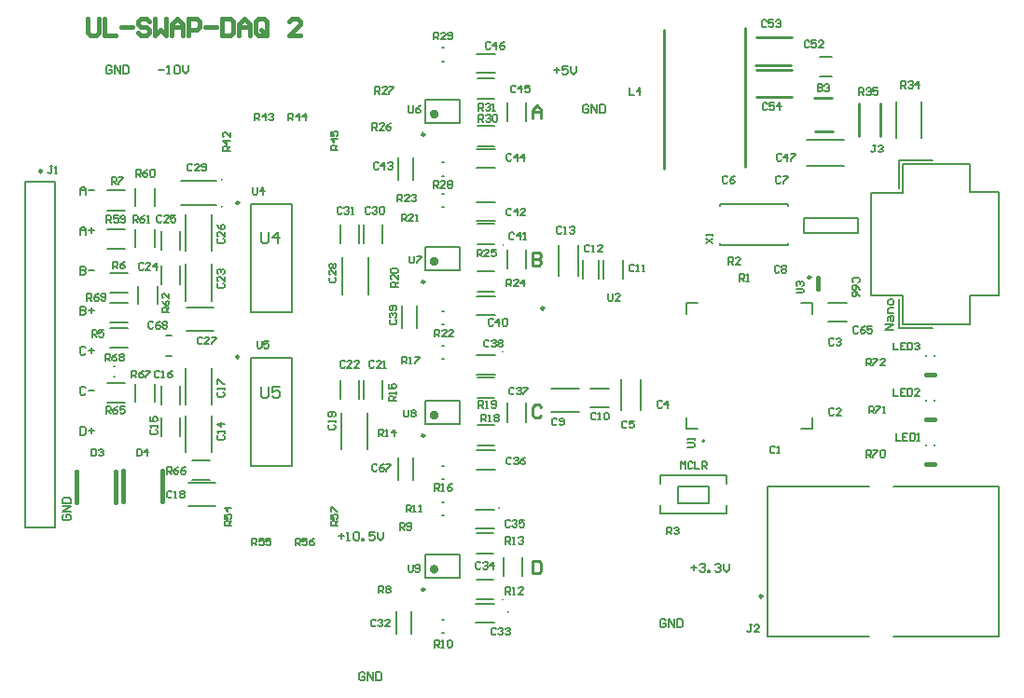
<source format=gto>
G04*
G04 #@! TF.GenerationSoftware,Altium Limited,Altium Designer,22.9.1 (49)*
G04*
G04 Layer_Color=65535*
%FSLAX24Y24*%
%MOIN*%
G70*
G04*
G04 #@! TF.SameCoordinates,1C4C81CE-4E44-4544-AACE-53C2D62CD198*
G04*
G04*
G04 #@! TF.FilePolarity,Positive*
G04*
G01*
G75*
%ADD10C,0.0098*%
%ADD11C,0.0079*%
%ADD12C,0.0157*%
%ADD13C,0.0100*%
%ADD14C,0.0150*%
%ADD15C,0.0070*%
%ADD16C,0.0050*%
D10*
X40659Y13850D02*
G03*
X40659Y13850I-49J0D01*
G01*
X21947Y22411D02*
G03*
X21947Y22411I-49J0D01*
G01*
X14899Y29050D02*
G03*
X14899Y29050I-49J0D01*
G01*
X42380Y25258D02*
G03*
X42380Y25258I-49J0D01*
G01*
X28580Y25098D02*
G03*
X28580Y25098I-49J0D01*
G01*
X21947Y27919D02*
G03*
X21947Y27919I-49J0D01*
G01*
X28580Y19598D02*
G03*
X28580Y19598I-49J0D01*
G01*
Y14090D02*
G03*
X28580Y14090I-49J0D01*
G01*
Y30366D02*
G03*
X28580Y30366I-49J0D01*
G01*
D11*
X38583Y19402D02*
G03*
X38583Y19402I-39J0D01*
G01*
X21347Y27787D02*
G03*
X21347Y27787I-20J0D01*
G01*
Y28755D02*
G03*
X21347Y28755I-20J0D01*
G01*
X31563Y13288D02*
G03*
X31563Y13288I-20J0D01*
G01*
X31251Y17009D02*
G03*
X31251Y17009I-20J0D01*
G01*
X31361Y22594D02*
G03*
X31361Y22594I-20J0D01*
G01*
X31401Y26409D02*
G03*
X31401Y26409I-20J0D01*
G01*
X31361Y13728D02*
G03*
X31361Y13728I-20J0D01*
G01*
X17341Y24704D02*
X17971D01*
X17341Y25413D02*
X17971D01*
X18346Y24307D02*
Y24937D01*
X19054Y24307D02*
Y24937D01*
X20148Y17907D02*
X21097D01*
X20148Y17060D02*
X21097D01*
X20080Y24173D02*
X21030D01*
X20080Y23327D02*
X21030D01*
X46493Y22440D02*
Y22460D01*
X46807Y22440D02*
Y22460D01*
X17483Y22078D02*
X17502D01*
X17483Y21724D02*
X17502D01*
X17241Y20768D02*
X17871D01*
X17241Y21476D02*
X17871D01*
X17341Y22739D02*
X17971D01*
X17341Y23448D02*
X17971D01*
X19352Y22426D02*
X19548D01*
X19352Y23174D02*
X19548D01*
X20285Y17996D02*
X20915D01*
X20285Y18704D02*
X20915D01*
X26532Y19110D02*
Y20412D01*
X25605Y19110D02*
Y20412D01*
X45334Y17775D02*
X49098D01*
X45334Y12425D02*
X49098D01*
X40846Y17775D02*
X44468D01*
X40846Y12425D02*
X44468D01*
X49098D02*
Y17775D01*
X40846Y12425D02*
Y17775D01*
X26573Y24658D02*
Y25960D01*
X25646Y24658D02*
Y25960D01*
X25565Y26465D02*
Y27135D01*
X26235Y26465D02*
Y27135D01*
X20036Y26199D02*
Y27501D01*
X20964Y26199D02*
Y27501D01*
Y18999D02*
Y20301D01*
X20036Y18999D02*
Y20301D01*
Y20699D02*
Y22001D01*
X20964Y20699D02*
Y22001D01*
Y24424D02*
Y25726D01*
X20036Y24424D02*
Y25726D01*
X27085Y20915D02*
Y21585D01*
X26415Y20915D02*
Y21585D01*
X22371Y18514D02*
Y22372D01*
X23827Y18514D02*
Y22372D01*
X22371D02*
X23827D01*
X22371Y18514D02*
X23827D01*
X18954Y20807D02*
Y21437D01*
X18246Y20807D02*
Y21437D01*
X17241Y28366D02*
X17871D01*
X17241Y27657D02*
X17871D01*
X17241Y26988D02*
X17871D01*
X17241Y26280D02*
X17871D01*
X19165Y26226D02*
Y26895D01*
X19835Y26226D02*
Y26895D01*
X43015Y23665D02*
X43685D01*
X43015Y24335D02*
X43685D01*
X30487Y31649D02*
X31077D01*
X30487Y32378D02*
X31077D01*
X30487Y29949D02*
X31077D01*
X30487Y30678D02*
X31077D01*
X30487Y26435D02*
X31077D01*
X30487Y27164D02*
X31077D01*
X30487Y24735D02*
X31077D01*
X30487Y25464D02*
X31077D01*
X30487Y20952D02*
X31077D01*
X30487Y21680D02*
X31077D01*
X30487Y19252D02*
X31077D01*
X30487Y19980D02*
X31077D01*
X30455Y15376D02*
X31045D01*
X30455Y16104D02*
X31045D01*
X30455Y13726D02*
X31045D01*
X30455Y14454D02*
X31045D01*
X45455Y30249D02*
Y31551D01*
X46345Y30249D02*
Y31551D01*
X46807Y19240D02*
Y19260D01*
X46493Y19240D02*
Y19260D01*
X46807Y20840D02*
Y20860D01*
X46493Y20840D02*
Y20860D01*
X15381Y16319D02*
Y28681D01*
X14318Y16319D02*
X15381D01*
X14318D02*
Y28681D01*
X15381D01*
X17335Y24354D02*
X17965D01*
X17335Y23646D02*
X17965D01*
X18246Y27813D02*
Y28443D01*
X18954Y27813D02*
Y28443D01*
X18246Y26335D02*
Y26965D01*
X18954Y26335D02*
Y26965D01*
X19865Y28716D02*
X21130D01*
X19865Y27826D02*
X21130D01*
X42253Y30183D02*
X43557D01*
X42253Y29253D02*
X43557D01*
X42720Y33148D02*
X43153D01*
X42720Y32439D02*
X43153D01*
X42135Y26833D02*
X44065D01*
Y27367D01*
X42135D02*
X44065D01*
X42135Y26833D02*
Y27367D01*
X30415Y12915D02*
X31085D01*
X30415Y13585D02*
X31085D01*
X29830Y25511D02*
Y26338D01*
X28609Y25511D02*
Y26338D01*
X29830D01*
X28609Y25511D02*
X29830D01*
X22371Y24021D02*
Y27879D01*
X23827Y24021D02*
Y27879D01*
X22371D02*
X23827D01*
X22371Y24021D02*
X23827D01*
X27085Y26465D02*
Y27135D01*
X26415Y26465D02*
Y27135D01*
X19165Y25015D02*
Y25685D01*
X19835Y25015D02*
Y25685D01*
Y20699D02*
Y21368D01*
X19165Y20699D02*
Y21368D01*
Y19582D02*
Y20251D01*
X19835Y19582D02*
Y20251D01*
X25565Y20915D02*
Y21585D01*
X26235Y20915D02*
Y21585D01*
X27634Y28756D02*
Y29544D01*
X28166Y28756D02*
Y29544D01*
X28316Y23456D02*
Y24244D01*
X27784Y23456D02*
Y24244D01*
X28609Y20011D02*
X29830D01*
X28609Y20838D02*
X29830D01*
X28609Y20011D02*
Y20838D01*
X29830Y20011D02*
Y20838D01*
X30447Y18391D02*
X31117D01*
X30447Y19061D02*
X31117D01*
X28116Y12506D02*
Y13294D01*
X27584Y12506D02*
Y13294D01*
X29193Y18030D02*
X29271D01*
X29193Y18522D02*
X29271D01*
X30447Y29858D02*
X31117D01*
X30447Y29189D02*
X31117D01*
X30447Y24585D02*
X31117D01*
X30447Y23915D02*
X31117D01*
X33366Y25312D02*
Y26419D01*
X34080Y25312D02*
Y26419D01*
X33108Y20437D02*
X34092D01*
X33108Y21263D02*
X34092D01*
X29193Y24056D02*
X29271D01*
X29193Y23563D02*
X29271D01*
X31547Y20091D02*
Y20761D01*
X32217Y20091D02*
Y20761D01*
X29193Y22330D02*
X29271D01*
X29193Y22822D02*
X29271D01*
X32217Y30834D02*
Y31503D01*
X31547Y30834D02*
Y31503D01*
X32217Y25575D02*
Y26244D01*
X31547Y25575D02*
Y26244D01*
X34515Y21285D02*
X35185D01*
X34515Y20615D02*
X35185D01*
X39130Y27878D02*
X41570D01*
Y26422D02*
Y26491D01*
Y27809D02*
Y27878D01*
X39130Y26422D02*
X41570D01*
X39130D02*
Y26491D01*
Y27809D02*
Y27878D01*
X29192Y28256D02*
X29270D01*
X29192Y27763D02*
X29270D01*
X32085Y14565D02*
Y15235D01*
X31415Y14565D02*
Y15235D01*
X30447Y21791D02*
X31117D01*
X30447Y22461D02*
X31117D01*
X29193Y12530D02*
X29271D01*
X29193Y13022D02*
X29271D01*
X30447Y33258D02*
X31117D01*
X30447Y32589D02*
X31117D01*
X30447Y27944D02*
X31117D01*
X30447Y27275D02*
X31117D01*
X35657Y25215D02*
Y25885D01*
X34988Y25215D02*
Y25885D01*
X29193Y28877D02*
X29271D01*
X29193Y29370D02*
X29271D01*
X30415Y16265D02*
X31085D01*
X30415Y16935D02*
X31085D01*
X29193Y16730D02*
X29271D01*
X29193Y17222D02*
X29271D01*
X28166Y18006D02*
Y18794D01*
X27634Y18006D02*
Y18794D01*
X29830Y14503D02*
Y15330D01*
X28609Y14503D02*
Y15330D01*
X29830D01*
X28609Y14503D02*
X29830D01*
X28609Y30779D02*
X29830D01*
X28609Y31606D02*
X29830D01*
X28609Y30779D02*
Y31606D01*
X29830Y30779D02*
Y31606D01*
X34228Y25215D02*
Y25885D01*
X34818Y25215D02*
Y25885D01*
X35593Y20496D02*
Y21604D01*
X36307Y20496D02*
Y21604D01*
X29193Y33470D02*
X29271D01*
X29193Y32977D02*
X29271D01*
D12*
X29003Y25826D02*
G03*
X29003Y25826I-79J0D01*
G01*
Y20326D02*
G03*
X29003Y20326I-79J0D01*
G01*
Y14818D02*
G03*
X29003Y14818I-79J0D01*
G01*
Y31094D02*
G03*
X29003Y31094I-79J0D01*
G01*
X46493Y21771D02*
X46807D01*
X42640Y24843D02*
Y25257D01*
X46493Y18571D02*
X46807D01*
X46493Y20171D02*
X46807D01*
D13*
X32850Y24150D02*
G03*
X32850Y24150I-50J0D01*
G01*
X40414Y32852D02*
X41674D01*
X40433Y33827D02*
X41693D01*
X40436Y31709D02*
X41696D01*
X40456Y32684D02*
X41716D01*
X40045Y29223D02*
Y34173D01*
X37135Y29143D02*
Y34103D01*
X42520Y31674D02*
X43150D01*
X42550Y30466D02*
X43180D01*
X44116Y30296D02*
Y31477D01*
X44884Y30296D02*
Y31477D01*
X32450Y15125D02*
Y14675D01*
X32675D01*
X32750Y14750D01*
Y15050D01*
X32675Y15125D01*
X32450D01*
X32750Y20625D02*
X32675Y20700D01*
X32525D01*
X32450Y20625D01*
Y20325D01*
X32525Y20250D01*
X32675D01*
X32750Y20325D01*
X32450Y26134D02*
Y25685D01*
X32675D01*
X32750Y25760D01*
Y25834D01*
X32675Y25909D01*
X32450D01*
X32675D01*
X32750Y25984D01*
Y26059D01*
X32675Y26134D01*
X32450D01*
Y30944D02*
Y31244D01*
X32600Y31394D01*
X32750Y31244D01*
Y30944D01*
Y31169D01*
X32450D01*
D14*
X17550Y17215D02*
Y18315D01*
X16150Y17215D02*
Y18315D01*
X17800Y17250D02*
Y18350D01*
X19200Y17250D02*
Y18350D01*
X16550Y34500D02*
Y34000D01*
X16650Y33900D01*
X16850D01*
X16950Y34000D01*
Y34500D01*
X17150D02*
Y33900D01*
X17550D01*
X17750Y34200D02*
X18149D01*
X18749Y34400D02*
X18649Y34500D01*
X18449D01*
X18349Y34400D01*
Y34300D01*
X18449Y34200D01*
X18649D01*
X18749Y34100D01*
Y34000D01*
X18649Y33900D01*
X18449D01*
X18349Y34000D01*
X18949Y34500D02*
Y33900D01*
X19149Y34100D01*
X19349Y33900D01*
Y34500D01*
X19549Y33900D02*
Y34300D01*
X19749Y34500D01*
X19949Y34300D01*
Y33900D01*
Y34200D01*
X19549D01*
X20149Y33900D02*
Y34500D01*
X20449D01*
X20549Y34400D01*
Y34200D01*
X20449Y34100D01*
X20149D01*
X20749Y34200D02*
X21149D01*
X21348Y34500D02*
Y33900D01*
X21648D01*
X21748Y34000D01*
Y34400D01*
X21648Y34500D01*
X21348D01*
X21948Y33900D02*
Y34300D01*
X22148Y34500D01*
X22348Y34300D01*
Y33900D01*
Y34200D01*
X21948D01*
X22948Y34000D02*
Y34400D01*
X22848Y34500D01*
X22648D01*
X22548Y34400D01*
Y34000D01*
X22648Y33900D01*
X22848D01*
X22748Y34100D02*
X22948Y33900D01*
X22848D02*
X22948Y34000D01*
X24148Y33900D02*
X23748D01*
X24148Y34300D01*
Y34400D01*
X24048Y34500D01*
X23848D01*
X23748Y34400D01*
D15*
X45526Y28434D02*
Y29446D01*
Y23446D02*
Y24459D01*
Y23446D02*
X46726D01*
X45526Y29446D02*
X46726D01*
X37950Y19857D02*
X38344D01*
X42044Y24346D02*
X42438D01*
X37950Y19857D02*
Y20251D01*
X42438Y23952D02*
Y24346D01*
X37950Y23952D02*
Y24346D01*
X42438Y19857D02*
Y20251D01*
X37950Y24346D02*
X38344D01*
X42044Y19857D02*
X42438D01*
X16270Y19920D02*
Y19620D01*
X16420D01*
X16470Y19670D01*
Y19870D01*
X16420Y19920D01*
X16270D01*
X16570Y19770D02*
X16770D01*
X16670Y19870D02*
Y19670D01*
X16470Y22737D02*
X16420Y22787D01*
X16320D01*
X16270Y22737D01*
Y22537D01*
X16320Y22487D01*
X16420D01*
X16470Y22537D01*
X16570Y22637D02*
X16770D01*
X16670Y22737D02*
Y22537D01*
X16470Y21303D02*
X16420Y21353D01*
X16320D01*
X16270Y21303D01*
Y21103D01*
X16320Y21053D01*
X16420D01*
X16470Y21103D01*
X16570Y21203D02*
X16770D01*
X16270Y25653D02*
Y25353D01*
X16420D01*
X16470Y25403D01*
Y25453D01*
X16420Y25503D01*
X16270D01*
X16420D01*
X16470Y25553D01*
Y25603D01*
X16420Y25653D01*
X16270D01*
X16570Y25503D02*
X16770D01*
X16270Y24220D02*
Y23920D01*
X16420D01*
X16470Y23970D01*
Y24020D01*
X16420Y24070D01*
X16270D01*
X16420D01*
X16470Y24120D01*
Y24170D01*
X16420Y24220D01*
X16270D01*
X16570Y24070D02*
X16770D01*
X16670Y24170D02*
Y23970D01*
X16270Y26787D02*
Y26987D01*
X16370Y27087D01*
X16470Y26987D01*
Y26787D01*
Y26937D01*
X16270D01*
X16570D02*
X16770D01*
X16670Y27037D02*
Y26837D01*
X16270Y28220D02*
Y28420D01*
X16370Y28520D01*
X16470Y28420D01*
Y28220D01*
Y28370D01*
X16270D01*
X16570D02*
X16770D01*
X45356Y23366D02*
X45056D01*
X45356Y23566D01*
X45056D01*
X45156Y23716D02*
Y23816D01*
X45206Y23866D01*
X45356D01*
Y23716D01*
X45306Y23666D01*
X45256Y23716D01*
Y23866D01*
X45356Y23966D02*
X45156D01*
Y24116D01*
X45206Y24166D01*
X45356D01*
Y24316D02*
Y24416D01*
X45306Y24466D01*
X45206D01*
X45156Y24416D01*
Y24316D01*
X45206Y24266D01*
X45306D01*
X45356Y24316D01*
X37200Y12988D02*
X37150Y13038D01*
X37050D01*
X37000Y12988D01*
Y12788D01*
X37050Y12738D01*
X37150D01*
X37200Y12788D01*
Y12888D01*
X37100D01*
X37300Y12738D02*
Y13038D01*
X37500Y12738D01*
Y13038D01*
X37600D02*
Y12738D01*
X37750D01*
X37800Y12788D01*
Y12988D01*
X37750Y13038D01*
X37600D01*
X26450Y11088D02*
X26400Y11138D01*
X26300D01*
X26250Y11088D01*
Y10888D01*
X26300Y10838D01*
X26400D01*
X26450Y10888D01*
Y10988D01*
X26350D01*
X26550Y10838D02*
Y11138D01*
X26750Y10838D01*
Y11138D01*
X26850D02*
Y10838D01*
X27000D01*
X27050Y10888D01*
Y11088D01*
X27000Y11138D01*
X26850D01*
X34450Y31388D02*
X34400Y31438D01*
X34300D01*
X34250Y31388D01*
Y31188D01*
X34300Y31138D01*
X34400D01*
X34450Y31188D01*
Y31288D01*
X34350D01*
X34550Y31138D02*
Y31438D01*
X34750Y31138D01*
Y31438D01*
X34850D02*
Y31138D01*
X35000D01*
X35050Y31188D01*
Y31388D01*
X35000Y31438D01*
X34850D01*
X17400Y32788D02*
X17350Y32838D01*
X17250D01*
X17200Y32788D01*
Y32588D01*
X17250Y32538D01*
X17350D01*
X17400Y32588D01*
Y32688D01*
X17300D01*
X17500Y32538D02*
Y32838D01*
X17700Y32538D01*
Y32838D01*
X17800D02*
Y32538D01*
X17950D01*
X18000Y32588D01*
Y32788D01*
X17950Y32838D01*
X17800D01*
X19075Y32688D02*
X19275D01*
X19375Y32538D02*
X19475D01*
X19425D01*
Y32838D01*
X19375Y32788D01*
X19625D02*
X19675Y32838D01*
X19775D01*
X19825Y32788D01*
Y32588D01*
X19775Y32538D01*
X19675D01*
X19625Y32588D01*
Y32788D01*
X19925Y32838D02*
Y32638D01*
X20025Y32538D01*
X20125Y32638D01*
Y32838D01*
X33192Y32667D02*
X33392D01*
X33292Y32767D02*
Y32567D01*
X33692Y32817D02*
X33492D01*
Y32667D01*
X33592Y32717D01*
X33642D01*
X33692Y32667D01*
Y32567D01*
X33642Y32517D01*
X33542D01*
X33492Y32567D01*
X33792Y32817D02*
Y32617D01*
X33892Y32517D01*
X33992Y32617D01*
Y32817D01*
X25500Y16000D02*
X25700D01*
X25600Y16100D02*
Y15900D01*
X25800Y15850D02*
X25900D01*
X25850D01*
Y16150D01*
X25800Y16100D01*
X26050D02*
X26100Y16150D01*
X26200D01*
X26250Y16100D01*
Y15900D01*
X26200Y15850D01*
X26100D01*
X26050Y15900D01*
Y16100D01*
X26350Y15850D02*
Y15900D01*
X26400D01*
Y15850D01*
X26350D01*
X26800Y16150D02*
X26600D01*
Y16000D01*
X26700Y16050D01*
X26750D01*
X26800Y16000D01*
Y15900D01*
X26750Y15850D01*
X26650D01*
X26600Y15900D01*
X26900Y16150D02*
Y15950D01*
X27000Y15850D01*
X27100Y15950D01*
Y16150D01*
X15680Y16770D02*
X15630Y16720D01*
Y16620D01*
X15680Y16570D01*
X15880D01*
X15930Y16620D01*
Y16720D01*
X15880Y16770D01*
X15780D01*
Y16670D01*
X15930Y16870D02*
X15630D01*
X15930Y17070D01*
X15630D01*
Y17170D02*
X15930D01*
Y17320D01*
X15880Y17370D01*
X15680D01*
X15630Y17320D01*
Y17170D01*
X38117Y14867D02*
X38317D01*
X38217Y14967D02*
Y14767D01*
X38417Y14967D02*
X38467Y15017D01*
X38567D01*
X38617Y14967D01*
Y14917D01*
X38567Y14867D01*
X38517D01*
X38567D01*
X38617Y14817D01*
Y14767D01*
X38567Y14717D01*
X38467D01*
X38417Y14767D01*
X38717Y14717D02*
Y14767D01*
X38767D01*
Y14717D01*
X38717D01*
X38967Y14967D02*
X39017Y15017D01*
X39117D01*
X39167Y14967D01*
Y14917D01*
X39117Y14867D01*
X39067D01*
X39117D01*
X39167Y14817D01*
Y14767D01*
X39117Y14717D01*
X39017D01*
X38967Y14767D01*
X39267Y15017D02*
Y14817D01*
X39367Y14717D01*
X39467Y14817D01*
Y15017D01*
X48066Y28296D02*
X49116D01*
X48066Y24596D02*
X49116D01*
X44526Y28286D02*
X45676D01*
X44526Y24606D02*
X45676D01*
X48066Y28296D02*
Y29321D01*
X45666D02*
X48066D01*
X45666Y23571D02*
X48066D01*
Y24596D01*
X44526Y24606D02*
Y28286D01*
X45666Y28296D02*
Y29321D01*
Y23571D02*
Y24596D01*
X49116D02*
Y28296D01*
X22750Y21356D02*
Y21023D01*
X22816Y20956D01*
X22950D01*
X23016Y21023D01*
Y21356D01*
X23416D02*
X23150D01*
Y21156D01*
X23283Y21223D01*
X23349D01*
X23416Y21156D01*
Y21023D01*
X23349Y20956D01*
X23216D01*
X23150Y21023D01*
X22750Y26863D02*
Y26530D01*
X22816Y26463D01*
X22950D01*
X23016Y26530D01*
Y26863D01*
X23349Y26463D02*
Y26863D01*
X23150Y26663D01*
X23416D01*
D16*
X37019Y16797D02*
Y17092D01*
Y17880D02*
Y18175D01*
X39381Y17880D02*
Y18175D01*
Y16797D02*
Y17092D01*
X37649Y17191D02*
X38751D01*
X37649D02*
Y17781D01*
X38751D01*
Y17191D02*
Y17781D01*
X37019Y16797D02*
X39381D01*
X37019Y18175D02*
X39381D01*
X16681Y19125D02*
Y18875D01*
X16806D01*
X16848Y18917D01*
Y19083D01*
X16806Y19125D01*
X16681D01*
X16931Y19083D02*
X16973Y19125D01*
X17056D01*
X17098Y19083D01*
Y19042D01*
X17056Y19000D01*
X17014D01*
X17056D01*
X17098Y18958D01*
Y18917D01*
X17056Y18875D01*
X16973D01*
X16931Y18917D01*
X44707Y29980D02*
X44623D01*
X44665D01*
Y29772D01*
X44623Y29730D01*
X44582D01*
X44540Y29772D01*
X44790Y29938D02*
X44832Y29980D01*
X44915D01*
X44957Y29938D01*
Y29897D01*
X44915Y29855D01*
X44873D01*
X44915D01*
X44957Y29813D01*
Y29772D01*
X44915Y29730D01*
X44832D01*
X44790Y29772D01*
X17167Y22275D02*
Y22525D01*
X17292D01*
X17333Y22483D01*
Y22400D01*
X17292Y22358D01*
X17167D01*
X17250D02*
X17333Y22275D01*
X17583Y22525D02*
X17500Y22483D01*
X17417Y22400D01*
Y22317D01*
X17458Y22275D01*
X17542D01*
X17583Y22317D01*
Y22358D01*
X17542Y22400D01*
X17417D01*
X17667Y22483D02*
X17708Y22525D01*
X17792D01*
X17833Y22483D01*
Y22442D01*
X17792Y22400D01*
X17833Y22358D01*
Y22317D01*
X17792Y22275D01*
X17708D01*
X17667Y22317D01*
Y22358D01*
X17708Y22400D01*
X17667Y22442D01*
Y22483D01*
X17708Y22400D02*
X17792D01*
X18883Y23633D02*
X18842Y23675D01*
X18758D01*
X18717Y23633D01*
Y23467D01*
X18758Y23425D01*
X18842D01*
X18883Y23467D01*
X19133Y23675D02*
X19050Y23633D01*
X18967Y23550D01*
Y23467D01*
X19008Y23425D01*
X19092D01*
X19133Y23467D01*
Y23508D01*
X19092Y23550D01*
X18967D01*
X19217Y23633D02*
X19258Y23675D01*
X19342D01*
X19383Y23633D01*
Y23592D01*
X19342Y23550D01*
X19383Y23508D01*
Y23467D01*
X19342Y23425D01*
X19258D01*
X19217Y23467D01*
Y23508D01*
X19258Y23550D01*
X19217Y23592D01*
Y23633D01*
X19258Y23550D02*
X19342D01*
X18292Y19125D02*
Y18875D01*
X18417D01*
X18458Y18917D01*
Y19083D01*
X18417Y19125D01*
X18292D01*
X18667Y18875D02*
Y19125D01*
X18542Y19000D01*
X18708D01*
X25210Y25258D02*
X25168Y25216D01*
Y25133D01*
X25210Y25091D01*
X25376D01*
X25418Y25133D01*
Y25216D01*
X25376Y25258D01*
X25418Y25507D02*
Y25341D01*
X25251Y25507D01*
X25210D01*
X25168Y25466D01*
Y25382D01*
X25210Y25341D01*
Y25591D02*
X25168Y25632D01*
Y25716D01*
X25210Y25757D01*
X25251D01*
X25293Y25716D01*
X25335Y25757D01*
X25376D01*
X25418Y25716D01*
Y25632D01*
X25376Y25591D01*
X25335D01*
X25293Y25632D01*
X25251Y25591D01*
X25210D01*
X25293Y25632D02*
Y25716D01*
X25189Y19988D02*
X25147Y19946D01*
Y19863D01*
X25189Y19821D01*
X25355D01*
X25397Y19863D01*
Y19946D01*
X25355Y19988D01*
X25397Y20071D02*
Y20154D01*
Y20113D01*
X25147D01*
X25189Y20071D01*
X25355Y20279D02*
X25397Y20321D01*
Y20404D01*
X25355Y20446D01*
X25189D01*
X25147Y20404D01*
Y20321D01*
X25189Y20279D01*
X25230D01*
X25272Y20321D01*
Y20446D01*
X21217Y26633D02*
X21175Y26592D01*
Y26508D01*
X21217Y26467D01*
X21383D01*
X21425Y26508D01*
Y26592D01*
X21383Y26633D01*
X21425Y26883D02*
Y26717D01*
X21258Y26883D01*
X21217D01*
X21175Y26842D01*
Y26758D01*
X21217Y26717D01*
X21175Y27133D02*
X21217Y27050D01*
X21300Y26967D01*
X21383D01*
X21425Y27008D01*
Y27092D01*
X21383Y27133D01*
X21342D01*
X21300Y27092D01*
Y26967D01*
X21217Y21154D02*
X21175Y21113D01*
Y21029D01*
X21217Y20988D01*
X21383D01*
X21425Y21029D01*
Y21113D01*
X21383Y21154D01*
X21425Y21238D02*
Y21321D01*
Y21279D01*
X21175D01*
X21217Y21238D01*
X21175Y21446D02*
Y21612D01*
X21217D01*
X21383Y21446D01*
X21425D01*
X21217Y19604D02*
X21175Y19563D01*
Y19479D01*
X21217Y19438D01*
X21383D01*
X21425Y19479D01*
Y19563D01*
X21383Y19604D01*
X21425Y19688D02*
Y19771D01*
Y19729D01*
X21175D01*
X21217Y19688D01*
X21425Y20021D02*
X21175D01*
X21300Y19896D01*
Y20062D01*
X21217Y25033D02*
X21175Y24992D01*
Y24908D01*
X21217Y24867D01*
X21383D01*
X21425Y24908D01*
Y24992D01*
X21383Y25033D01*
X21425Y25283D02*
Y25117D01*
X21258Y25283D01*
X21217D01*
X21175Y25242D01*
Y25158D01*
X21217Y25117D01*
Y25367D02*
X21175Y25408D01*
Y25492D01*
X21217Y25533D01*
X21258D01*
X21300Y25492D01*
Y25450D01*
Y25492D01*
X21342Y25533D01*
X21383D01*
X21425Y25492D01*
Y25408D01*
X21383Y25367D01*
X22592Y22975D02*
Y22767D01*
X22633Y22725D01*
X22717D01*
X22758Y22767D01*
Y22975D01*
X23008D02*
X22842D01*
Y22850D01*
X22925Y22892D01*
X22967D01*
X23008Y22850D01*
Y22767D01*
X22967Y22725D01*
X22883D01*
X22842Y22767D01*
X40830Y31450D02*
X40789Y31492D01*
X40705D01*
X40664Y31450D01*
Y31283D01*
X40705Y31242D01*
X40789D01*
X40830Y31283D01*
X41080Y31492D02*
X40913D01*
Y31367D01*
X40997Y31408D01*
X41038D01*
X41080Y31367D01*
Y31283D01*
X41038Y31242D01*
X40955D01*
X40913Y31283D01*
X41288Y31242D02*
Y31492D01*
X41163Y31367D01*
X41330D01*
X40805Y34418D02*
X40764Y34460D01*
X40680D01*
X40639Y34418D01*
Y34251D01*
X40680Y34210D01*
X40764D01*
X40805Y34251D01*
X41055Y34460D02*
X40889D01*
Y34335D01*
X40972Y34376D01*
X41014D01*
X41055Y34335D01*
Y34251D01*
X41014Y34210D01*
X40930D01*
X40889Y34251D01*
X41139Y34418D02*
X41180Y34460D01*
X41264D01*
X41305Y34418D01*
Y34376D01*
X41264Y34335D01*
X41222D01*
X41264D01*
X41305Y34293D01*
Y34251D01*
X41264Y34210D01*
X41180D01*
X41139Y34251D01*
X35907Y32028D02*
Y31778D01*
X36073D01*
X36281D02*
Y32028D01*
X36157Y31903D01*
X36323D01*
X44367Y22100D02*
Y22350D01*
X44492D01*
X44533Y22308D01*
Y22225D01*
X44492Y22184D01*
X44367D01*
X44450D02*
X44533Y22100D01*
X44617Y22350D02*
X44783D01*
Y22308D01*
X44617Y22142D01*
Y22100D01*
X45033D02*
X44867D01*
X45033Y22267D01*
Y22308D01*
X44992Y22350D01*
X44908D01*
X44867Y22308D01*
X44458Y20400D02*
Y20650D01*
X44583D01*
X44625Y20608D01*
Y20525D01*
X44583Y20484D01*
X44458D01*
X44542D02*
X44625Y20400D01*
X44708Y20650D02*
X44875D01*
Y20608D01*
X44708Y20442D01*
Y20400D01*
X44958D02*
X45042D01*
X45000D01*
Y20650D01*
X44958Y20608D01*
X44367Y18825D02*
Y19075D01*
X44492D01*
X44533Y19033D01*
Y18950D01*
X44492Y18908D01*
X44367D01*
X44450D02*
X44533Y18825D01*
X44617Y19075D02*
X44783D01*
Y19033D01*
X44617Y18867D01*
Y18825D01*
X44867Y19033D02*
X44908Y19075D01*
X44992D01*
X45033Y19033D01*
Y18867D01*
X44992Y18825D01*
X44908D01*
X44867Y18867D01*
Y19033D01*
X45342Y22925D02*
Y22675D01*
X45508D01*
X45758Y22925D02*
X45592D01*
Y22675D01*
X45758D01*
X45592Y22800D02*
X45675D01*
X45842Y22925D02*
Y22675D01*
X45967D01*
X46008Y22717D01*
Y22883D01*
X45967Y22925D01*
X45842D01*
X46092Y22883D02*
X46133Y22925D01*
X46217D01*
X46258Y22883D01*
Y22842D01*
X46217Y22800D01*
X46175D01*
X46217D01*
X46258Y22758D01*
Y22717D01*
X46217Y22675D01*
X46133D01*
X46092Y22717D01*
X45342Y21275D02*
Y21025D01*
X45508D01*
X45758Y21275D02*
X45592D01*
Y21025D01*
X45758D01*
X45592Y21150D02*
X45675D01*
X45842Y21275D02*
Y21025D01*
X45967D01*
X46008Y21067D01*
Y21233D01*
X45967Y21275D01*
X45842D01*
X46258Y21025D02*
X46092D01*
X46258Y21192D01*
Y21233D01*
X46217Y21275D01*
X46133D01*
X46092Y21233D01*
X45433Y19675D02*
Y19425D01*
X45600D01*
X45850Y19675D02*
X45683D01*
Y19425D01*
X45850D01*
X45683Y19550D02*
X45767D01*
X45933Y19675D02*
Y19425D01*
X46058D01*
X46100Y19467D01*
Y19633D01*
X46058Y19675D01*
X45933D01*
X46183Y19425D02*
X46267D01*
X46225D01*
Y19675D01*
X46183Y19633D01*
X15288Y29229D02*
X15204D01*
X15246D01*
Y29020D01*
X15204Y28979D01*
X15163D01*
X15121Y29020D01*
X15371Y28979D02*
X15454D01*
X15413D01*
Y29229D01*
X15371Y29187D01*
X16517Y24425D02*
Y24675D01*
X16642D01*
X16683Y24633D01*
Y24550D01*
X16642Y24508D01*
X16517D01*
X16600D02*
X16683Y24425D01*
X16933Y24675D02*
X16850Y24633D01*
X16767Y24550D01*
Y24467D01*
X16808Y24425D01*
X16892D01*
X16933Y24467D01*
Y24508D01*
X16892Y24550D01*
X16767D01*
X17017Y24467D02*
X17058Y24425D01*
X17142D01*
X17183Y24467D01*
Y24633D01*
X17142Y24675D01*
X17058D01*
X17017Y24633D01*
Y24592D01*
X17058Y24550D01*
X17183D01*
X18117Y21675D02*
Y21925D01*
X18242D01*
X18283Y21883D01*
Y21800D01*
X18242Y21758D01*
X18117D01*
X18200D02*
X18283Y21675D01*
X18533Y21925D02*
X18450Y21883D01*
X18367Y21800D01*
Y21717D01*
X18408Y21675D01*
X18492D01*
X18533Y21717D01*
Y21758D01*
X18492Y21800D01*
X18367D01*
X18617Y21925D02*
X18783D01*
Y21883D01*
X18617Y21717D01*
Y21675D01*
X19367Y18225D02*
Y18475D01*
X19492D01*
X19533Y18433D01*
Y18350D01*
X19492Y18308D01*
X19367D01*
X19450D02*
X19533Y18225D01*
X19783Y18475D02*
X19700Y18433D01*
X19617Y18350D01*
Y18267D01*
X19658Y18225D01*
X19742D01*
X19783Y18267D01*
Y18308D01*
X19742Y18350D01*
X19617D01*
X20033Y18475D02*
X19950Y18433D01*
X19867Y18350D01*
Y18267D01*
X19908Y18225D01*
X19992D01*
X20033Y18267D01*
Y18308D01*
X19992Y18350D01*
X19867D01*
X17192Y20385D02*
Y20634D01*
X17317D01*
X17358Y20593D01*
Y20510D01*
X17317Y20468D01*
X17192D01*
X17275D02*
X17358Y20385D01*
X17608Y20634D02*
X17525Y20593D01*
X17442Y20510D01*
Y20426D01*
X17483Y20385D01*
X17566D01*
X17608Y20426D01*
Y20468D01*
X17566Y20510D01*
X17442D01*
X17858Y20634D02*
X17691D01*
Y20510D01*
X17775Y20551D01*
X17816D01*
X17858Y20510D01*
Y20426D01*
X17816Y20385D01*
X17733D01*
X17691Y20426D01*
X18267Y28853D02*
Y29103D01*
X18392D01*
X18433Y29061D01*
Y28978D01*
X18392Y28936D01*
X18267D01*
X18350D02*
X18433Y28853D01*
X18683Y29103D02*
X18600Y29061D01*
X18517Y28978D01*
Y28895D01*
X18558Y28853D01*
X18642D01*
X18683Y28895D01*
Y28936D01*
X18642Y28978D01*
X18517D01*
X18767Y29061D02*
X18808Y29103D01*
X18892D01*
X18933Y29061D01*
Y28895D01*
X18892Y28853D01*
X18808D01*
X18767Y28895D01*
Y29061D01*
X19454Y24004D02*
X19204D01*
Y24129D01*
X19246Y24171D01*
X19329D01*
X19371Y24129D01*
Y24004D01*
Y24088D02*
X19454Y24171D01*
X19204Y24421D02*
X19246Y24337D01*
X19329Y24254D01*
X19412D01*
X19454Y24296D01*
Y24379D01*
X19412Y24421D01*
X19371D01*
X19329Y24379D01*
Y24254D01*
X19454Y24671D02*
Y24504D01*
X19287Y24671D01*
X19246D01*
X19204Y24629D01*
Y24546D01*
X19246Y24504D01*
X18158Y27225D02*
Y27475D01*
X18283D01*
X18325Y27433D01*
Y27350D01*
X18283Y27308D01*
X18158D01*
X18242D02*
X18325Y27225D01*
X18575Y27475D02*
X18492Y27433D01*
X18408Y27350D01*
Y27267D01*
X18450Y27225D01*
X18533D01*
X18575Y27267D01*
Y27308D01*
X18533Y27350D01*
X18408D01*
X18658Y27225D02*
X18742D01*
X18700D01*
Y27475D01*
X18658Y27433D01*
X17223Y27209D02*
Y27459D01*
X17348D01*
X17389Y27417D01*
Y27334D01*
X17348Y27292D01*
X17223D01*
X17306D02*
X17389Y27209D01*
X17639Y27459D02*
X17473D01*
Y27334D01*
X17556Y27376D01*
X17598D01*
X17639Y27334D01*
Y27251D01*
X17598Y27209D01*
X17514D01*
X17473Y27251D01*
X17723D02*
X17764Y27209D01*
X17848D01*
X17889Y27251D01*
Y27417D01*
X17848Y27459D01*
X17764D01*
X17723Y27417D01*
Y27376D01*
X17764Y27334D01*
X17889D01*
X25475Y16367D02*
X25225D01*
Y16492D01*
X25267Y16533D01*
X25350D01*
X25392Y16492D01*
Y16367D01*
Y16450D02*
X25475Y16533D01*
X25225Y16783D02*
Y16617D01*
X25350D01*
X25308Y16700D01*
Y16742D01*
X25350Y16783D01*
X25433D01*
X25475Y16742D01*
Y16658D01*
X25433Y16617D01*
X25225Y16867D02*
Y17033D01*
X25267D01*
X25433Y16867D01*
X25475D01*
X23967Y15675D02*
Y15925D01*
X24092D01*
X24133Y15883D01*
Y15800D01*
X24092Y15758D01*
X23967D01*
X24050D02*
X24133Y15675D01*
X24383Y15925D02*
X24217D01*
Y15800D01*
X24300Y15842D01*
X24342D01*
X24383Y15800D01*
Y15717D01*
X24342Y15675D01*
X24258D01*
X24217Y15717D01*
X24633Y15925D02*
X24550Y15883D01*
X24467Y15800D01*
Y15717D01*
X24508Y15675D01*
X24592D01*
X24633Y15717D01*
Y15758D01*
X24592Y15800D01*
X24467D01*
X22417Y15675D02*
Y15925D01*
X22542D01*
X22583Y15883D01*
Y15800D01*
X22542Y15758D01*
X22417D01*
X22500D02*
X22583Y15675D01*
X22833Y15925D02*
X22667D01*
Y15800D01*
X22750Y15842D01*
X22792D01*
X22833Y15800D01*
Y15717D01*
X22792Y15675D01*
X22708D01*
X22667Y15717D01*
X23083Y15925D02*
X22917D01*
Y15800D01*
X23000Y15842D01*
X23042D01*
X23083Y15800D01*
Y15717D01*
X23042Y15675D01*
X22958D01*
X22917Y15717D01*
X21675Y16367D02*
X21425D01*
Y16492D01*
X21467Y16533D01*
X21550D01*
X21592Y16492D01*
Y16367D01*
Y16450D02*
X21675Y16533D01*
X21425Y16783D02*
Y16617D01*
X21550D01*
X21508Y16700D01*
Y16742D01*
X21550Y16783D01*
X21633D01*
X21675Y16742D01*
Y16658D01*
X21633Y16617D01*
X21675Y16992D02*
X21425D01*
X21550Y16867D01*
Y17033D01*
X25475Y29817D02*
X25225D01*
Y29942D01*
X25267Y29983D01*
X25350D01*
X25392Y29942D01*
Y29817D01*
Y29900D02*
X25475Y29983D01*
Y30192D02*
X25225D01*
X25350Y30067D01*
Y30233D01*
X25225Y30483D02*
Y30317D01*
X25350D01*
X25308Y30400D01*
Y30442D01*
X25350Y30483D01*
X25433D01*
X25475Y30442D01*
Y30358D01*
X25433Y30317D01*
X23717Y30875D02*
Y31125D01*
X23842D01*
X23883Y31083D01*
Y31000D01*
X23842Y30958D01*
X23717D01*
X23800D02*
X23883Y30875D01*
X24092D02*
Y31125D01*
X23967Y31000D01*
X24133D01*
X24342Y30875D02*
Y31125D01*
X24217Y31000D01*
X24383D01*
X22517Y30875D02*
Y31125D01*
X22642D01*
X22683Y31083D01*
Y31000D01*
X22642Y30958D01*
X22517D01*
X22600D02*
X22683Y30875D01*
X22892D02*
Y31125D01*
X22767Y31000D01*
X22933D01*
X23017Y31083D02*
X23058Y31125D01*
X23142D01*
X23183Y31083D01*
Y31042D01*
X23142Y31000D01*
X23100D01*
X23142D01*
X23183Y30958D01*
Y30917D01*
X23142Y30875D01*
X23058D01*
X23017Y30917D01*
X21625Y29767D02*
X21375D01*
Y29892D01*
X21417Y29933D01*
X21500D01*
X21542Y29892D01*
Y29767D01*
Y29850D02*
X21625Y29933D01*
Y30142D02*
X21375D01*
X21500Y30017D01*
Y30183D01*
X21625Y30433D02*
Y30267D01*
X21458Y30433D01*
X21417D01*
X21375Y30392D01*
Y30308D01*
X21417Y30267D01*
X41333Y29633D02*
X41292Y29675D01*
X41208D01*
X41167Y29633D01*
Y29467D01*
X41208Y29425D01*
X41292D01*
X41333Y29467D01*
X41542Y29425D02*
Y29675D01*
X41417Y29550D01*
X41583D01*
X41667Y29675D02*
X41833D01*
Y29633D01*
X41667Y29467D01*
Y29425D01*
X42630Y32162D02*
Y31912D01*
X42755D01*
X42797Y31954D01*
Y31995D01*
X42755Y32037D01*
X42630D01*
X42755D01*
X42797Y32079D01*
Y32120D01*
X42755Y32162D01*
X42630D01*
X42880Y32120D02*
X42922Y32162D01*
X43005D01*
X43047Y32120D01*
Y32079D01*
X43005Y32037D01*
X42963D01*
X43005D01*
X43047Y31995D01*
Y31954D01*
X43005Y31912D01*
X42922D01*
X42880Y31954D01*
X35142Y24675D02*
Y24467D01*
X35183Y24425D01*
X35267D01*
X35308Y24467D01*
Y24675D01*
X35558Y24425D02*
X35392D01*
X35558Y24592D01*
Y24633D01*
X35517Y24675D01*
X35433D01*
X35392Y24633D01*
X33477Y27033D02*
X33435Y27075D01*
X33352D01*
X33310Y27033D01*
Y26867D01*
X33352Y26825D01*
X33435D01*
X33477Y26867D01*
X33560Y26825D02*
X33644D01*
X33602D01*
Y27075D01*
X33560Y27033D01*
X33769D02*
X33810Y27075D01*
X33894D01*
X33935Y27033D01*
Y26992D01*
X33894Y26950D01*
X33852D01*
X33894D01*
X33935Y26908D01*
Y26867D01*
X33894Y26825D01*
X33810D01*
X33769Y26867D01*
X34477Y26383D02*
X34435Y26425D01*
X34352D01*
X34310Y26383D01*
Y26217D01*
X34352Y26175D01*
X34435D01*
X34477Y26217D01*
X34560Y26175D02*
X34644D01*
X34602D01*
Y26425D01*
X34560Y26383D01*
X34935Y26175D02*
X34769D01*
X34935Y26342D01*
Y26383D01*
X34894Y26425D01*
X34810D01*
X34769Y26383D01*
X36069Y25683D02*
X36027Y25725D01*
X35944D01*
X35902Y25683D01*
Y25517D01*
X35944Y25475D01*
X36027D01*
X36069Y25517D01*
X36152Y25475D02*
X36235D01*
X36194D01*
Y25725D01*
X36152Y25683D01*
X36360Y25475D02*
X36444D01*
X36402D01*
Y25725D01*
X36360Y25683D01*
X34704Y20383D02*
X34663Y20425D01*
X34579D01*
X34538Y20383D01*
Y20217D01*
X34579Y20175D01*
X34663D01*
X34704Y20217D01*
X34788Y20175D02*
X34871D01*
X34829D01*
Y20425D01*
X34788Y20383D01*
X34996D02*
X35037Y20425D01*
X35121D01*
X35162Y20383D01*
Y20217D01*
X35121Y20175D01*
X35037D01*
X34996Y20217D01*
Y20383D01*
X33308Y20183D02*
X33267Y20225D01*
X33183D01*
X33142Y20183D01*
Y20017D01*
X33183Y19975D01*
X33267D01*
X33308Y20017D01*
X33392D02*
X33433Y19975D01*
X33517D01*
X33558Y20017D01*
Y20183D01*
X33517Y20225D01*
X33433D01*
X33392Y20183D01*
Y20142D01*
X33433Y20100D01*
X33558D01*
X35808Y20083D02*
X35767Y20125D01*
X35683D01*
X35642Y20083D01*
Y19917D01*
X35683Y19875D01*
X35767D01*
X35808Y19917D01*
X36058Y20125D02*
X35892D01*
Y20000D01*
X35975Y20042D01*
X36017D01*
X36058Y20000D01*
Y19917D01*
X36017Y19875D01*
X35933D01*
X35892Y19917D01*
X37071Y20795D02*
X37029Y20837D01*
X36946D01*
X36904Y20795D01*
Y20628D01*
X36946Y20587D01*
X37029D01*
X37071Y20628D01*
X37279Y20587D02*
Y20837D01*
X37154Y20712D01*
X37321D01*
X41875Y24692D02*
X42083D01*
X42125Y24733D01*
Y24817D01*
X42083Y24858D01*
X41875D01*
X41917Y24942D02*
X41875Y24983D01*
Y25067D01*
X41917Y25108D01*
X41958D01*
X42000Y25067D01*
Y25025D01*
Y25067D01*
X42042Y25108D01*
X42083D01*
X42125Y25067D01*
Y24983D01*
X42083Y24942D01*
X44083Y25067D02*
X44125Y25108D01*
Y25192D01*
X44083Y25233D01*
X43917D01*
X43875Y25192D01*
Y25108D01*
X43917Y25067D01*
X44125Y24817D02*
X44083Y24900D01*
X44000Y24983D01*
X43917D01*
X43875Y24942D01*
Y24858D01*
X43917Y24817D01*
X43958D01*
X44000Y24858D01*
Y24983D01*
X44125Y24567D02*
X44083Y24650D01*
X44000Y24733D01*
X43917D01*
X43875Y24692D01*
Y24608D01*
X43917Y24567D01*
X43958D01*
X44000Y24608D01*
Y24733D01*
X44074Y23464D02*
X44033Y23506D01*
X43949D01*
X43908Y23464D01*
Y23298D01*
X43949Y23256D01*
X44033D01*
X44074Y23298D01*
X44324Y23506D02*
X44241Y23464D01*
X44158Y23381D01*
Y23298D01*
X44199Y23256D01*
X44283D01*
X44324Y23298D01*
Y23339D01*
X44283Y23381D01*
X44158D01*
X44574Y23506D02*
X44408D01*
Y23381D01*
X44491Y23423D01*
X44533D01*
X44574Y23381D01*
Y23298D01*
X44533Y23256D01*
X44449D01*
X44408Y23298D01*
X41100Y19183D02*
X41058Y19225D01*
X40975D01*
X40933Y19183D01*
Y19017D01*
X40975Y18975D01*
X41058D01*
X41100Y19017D01*
X41183Y18975D02*
X41267D01*
X41225D01*
Y19225D01*
X41183Y19183D01*
X37975Y19183D02*
X38183D01*
X38225Y19225D01*
Y19308D01*
X38183Y19350D01*
X37975D01*
X38225Y19433D02*
Y19517D01*
Y19475D01*
X37975D01*
X38017Y19433D01*
X27992Y14975D02*
Y14767D01*
X28033Y14725D01*
X28117D01*
X28158Y14767D01*
Y14975D01*
X28242Y14767D02*
X28283Y14725D01*
X28367D01*
X28408Y14767D01*
Y14933D01*
X28367Y14975D01*
X28283D01*
X28242Y14933D01*
Y14892D01*
X28283Y14850D01*
X28408D01*
X27842Y20525D02*
Y20317D01*
X27883Y20275D01*
X27967D01*
X28008Y20317D01*
Y20525D01*
X28092Y20483D02*
X28133Y20525D01*
X28217D01*
X28258Y20483D01*
Y20442D01*
X28217Y20400D01*
X28258Y20358D01*
Y20317D01*
X28217Y20275D01*
X28133D01*
X28092Y20317D01*
Y20358D01*
X28133Y20400D01*
X28092Y20442D01*
Y20483D01*
X28133Y20400D02*
X28217D01*
X22442Y28475D02*
Y28267D01*
X22483Y28225D01*
X22567D01*
X22608Y28267D01*
Y28475D01*
X22817Y28225D02*
Y28475D01*
X22692Y28350D01*
X22858D01*
X28042Y26025D02*
Y25817D01*
X28083Y25775D01*
X28167D01*
X28208Y25817D01*
Y26025D01*
X28292D02*
X28458D01*
Y25983D01*
X28292Y25817D01*
Y25775D01*
X28014Y31398D02*
Y31190D01*
X28056Y31149D01*
X28139D01*
X28180Y31190D01*
Y31398D01*
X28430D02*
X28347Y31357D01*
X28264Y31273D01*
Y31190D01*
X28305Y31149D01*
X28389D01*
X28430Y31190D01*
Y31232D01*
X28389Y31273D01*
X28264D01*
X40275Y12827D02*
X40192Y12826D01*
X40233Y12826D01*
X40235Y12618D01*
X40193Y12576D01*
X40152Y12576D01*
X40110Y12617D01*
X40526Y12578D02*
X40360Y12577D01*
X40525Y12745D01*
X40525Y12786D01*
X40483Y12828D01*
X40400Y12827D01*
X40359Y12786D01*
X38625Y26483D02*
X38875Y26650D01*
X38625D02*
X38875Y26483D01*
Y26733D02*
Y26817D01*
Y26775D01*
X38625D01*
X38667Y26733D01*
X44120Y31780D02*
Y32030D01*
X44245D01*
X44287Y31988D01*
Y31905D01*
X44245Y31863D01*
X44120D01*
X44203D02*
X44287Y31780D01*
X44370Y31988D02*
X44412Y32030D01*
X44495D01*
X44537Y31988D01*
Y31947D01*
X44495Y31905D01*
X44453D01*
X44495D01*
X44537Y31863D01*
Y31822D01*
X44495Y31780D01*
X44412D01*
X44370Y31822D01*
X44786Y32030D02*
X44620D01*
Y31905D01*
X44703Y31947D01*
X44745D01*
X44786Y31905D01*
Y31822D01*
X44745Y31780D01*
X44661D01*
X44620Y31822D01*
X45617Y32025D02*
Y32275D01*
X45742D01*
X45783Y32233D01*
Y32150D01*
X45742Y32108D01*
X45617D01*
X45700D02*
X45783Y32025D01*
X45867Y32233D02*
X45908Y32275D01*
X45992D01*
X46033Y32233D01*
Y32192D01*
X45992Y32150D01*
X45950D01*
X45992D01*
X46033Y32108D01*
Y32067D01*
X45992Y32025D01*
X45908D01*
X45867Y32067D01*
X46242Y32025D02*
Y32275D01*
X46117Y32150D01*
X46283D01*
X30508Y31225D02*
Y31475D01*
X30633D01*
X30675Y31433D01*
Y31350D01*
X30633Y31308D01*
X30508D01*
X30592D02*
X30675Y31225D01*
X30758Y31433D02*
X30800Y31475D01*
X30883D01*
X30925Y31433D01*
Y31392D01*
X30883Y31350D01*
X30842D01*
X30883D01*
X30925Y31308D01*
Y31267D01*
X30883Y31225D01*
X30800D01*
X30758Y31267D01*
X31008Y31225D02*
X31092D01*
X31050D01*
Y31475D01*
X31008Y31433D01*
X30517Y30825D02*
Y31075D01*
X30642D01*
X30683Y31033D01*
Y30950D01*
X30642Y30908D01*
X30517D01*
X30600D02*
X30683Y30825D01*
X30767Y31033D02*
X30808Y31075D01*
X30892D01*
X30933Y31033D01*
Y30992D01*
X30892Y30950D01*
X30850D01*
X30892D01*
X30933Y30908D01*
Y30867D01*
X30892Y30825D01*
X30808D01*
X30767Y30867D01*
X31017Y31033D02*
X31058Y31075D01*
X31142D01*
X31183Y31033D01*
Y30867D01*
X31142Y30825D01*
X31058D01*
X31017Y30867D01*
Y31033D01*
X28914Y33775D02*
Y34025D01*
X29039D01*
X29081Y33983D01*
Y33900D01*
X29039Y33858D01*
X28914D01*
X28997D02*
X29081Y33775D01*
X29331D02*
X29164D01*
X29331Y33942D01*
Y33983D01*
X29289Y34025D01*
X29206D01*
X29164Y33983D01*
X29414Y33817D02*
X29455Y33775D01*
X29539D01*
X29580Y33817D01*
Y33983D01*
X29539Y34025D01*
X29455D01*
X29414Y33983D01*
Y33942D01*
X29455Y33900D01*
X29580D01*
X28903Y28458D02*
Y28708D01*
X29028D01*
X29069Y28666D01*
Y28583D01*
X29028Y28541D01*
X28903D01*
X28986D02*
X29069Y28458D01*
X29319D02*
X29153D01*
X29319Y28625D01*
Y28666D01*
X29277Y28708D01*
X29194D01*
X29153Y28666D01*
X29402D02*
X29444Y28708D01*
X29527D01*
X29569Y28666D01*
Y28625D01*
X29527Y28583D01*
X29569Y28541D01*
Y28500D01*
X29527Y28458D01*
X29444D01*
X29402Y28500D01*
Y28541D01*
X29444Y28583D01*
X29402Y28625D01*
Y28666D01*
X29444Y28583D02*
X29527D01*
X26817Y31825D02*
Y32075D01*
X26942D01*
X26983Y32033D01*
Y31950D01*
X26942Y31908D01*
X26817D01*
X26900D02*
X26983Y31825D01*
X27233D02*
X27067D01*
X27233Y31992D01*
Y32033D01*
X27192Y32075D01*
X27108D01*
X27067Y32033D01*
X27317Y32075D02*
X27483D01*
Y32033D01*
X27317Y31867D01*
Y31825D01*
X26717Y30525D02*
Y30775D01*
X26842D01*
X26883Y30733D01*
Y30650D01*
X26842Y30608D01*
X26717D01*
X26800D02*
X26883Y30525D01*
X27133D02*
X26967D01*
X27133Y30692D01*
Y30733D01*
X27092Y30775D01*
X27008D01*
X26967Y30733D01*
X27383Y30775D02*
X27300Y30733D01*
X27217Y30650D01*
Y30567D01*
X27258Y30525D01*
X27342D01*
X27383Y30567D01*
Y30608D01*
X27342Y30650D01*
X27217D01*
X30460Y26003D02*
Y26253D01*
X30585D01*
X30627Y26212D01*
Y26128D01*
X30585Y26087D01*
X30460D01*
X30543D02*
X30627Y26003D01*
X30877D02*
X30710D01*
X30877Y26170D01*
Y26212D01*
X30835Y26253D01*
X30752D01*
X30710Y26212D01*
X31127Y26253D02*
X30960D01*
Y26128D01*
X31043Y26170D01*
X31085D01*
X31127Y26128D01*
Y26045D01*
X31085Y26003D01*
X31002D01*
X30960Y26045D01*
X31515Y24929D02*
Y25179D01*
X31640D01*
X31682Y25137D01*
Y25054D01*
X31640Y25012D01*
X31515D01*
X31598D02*
X31682Y24929D01*
X31932D02*
X31765D01*
X31932Y25095D01*
Y25137D01*
X31890Y25179D01*
X31807D01*
X31765Y25137D01*
X32140Y24929D02*
Y25179D01*
X32015Y25054D01*
X32181D01*
X27617Y27975D02*
Y28225D01*
X27742D01*
X27783Y28183D01*
Y28100D01*
X27742Y28058D01*
X27617D01*
X27700D02*
X27783Y27975D01*
X28033D02*
X27867D01*
X28033Y28142D01*
Y28183D01*
X27992Y28225D01*
X27908D01*
X27867Y28183D01*
X28117D02*
X28158Y28225D01*
X28242D01*
X28283Y28183D01*
Y28142D01*
X28242Y28100D01*
X28200D01*
X28242D01*
X28283Y28058D01*
Y28017D01*
X28242Y27975D01*
X28158D01*
X28117Y28017D01*
X28949Y23135D02*
Y23384D01*
X29074D01*
X29115Y23343D01*
Y23259D01*
X29074Y23218D01*
X28949D01*
X29032D02*
X29115Y23135D01*
X29365D02*
X29199D01*
X29365Y23301D01*
Y23343D01*
X29324Y23384D01*
X29240D01*
X29199Y23343D01*
X29615Y23135D02*
X29449D01*
X29615Y23301D01*
Y23343D01*
X29574Y23384D01*
X29490D01*
X29449Y23343D01*
X27758Y27275D02*
Y27525D01*
X27883D01*
X27925Y27483D01*
Y27400D01*
X27883Y27358D01*
X27758D01*
X27842D02*
X27925Y27275D01*
X28175D02*
X28008D01*
X28175Y27442D01*
Y27483D01*
X28133Y27525D01*
X28050D01*
X28008Y27483D01*
X28258Y27275D02*
X28342D01*
X28300D01*
Y27525D01*
X28258Y27483D01*
X27625Y24917D02*
X27375D01*
Y25042D01*
X27417Y25083D01*
X27500D01*
X27542Y25042D01*
Y24917D01*
Y25000D02*
X27625Y25083D01*
Y25333D02*
Y25167D01*
X27458Y25333D01*
X27417D01*
X27375Y25292D01*
Y25208D01*
X27417Y25167D01*
Y25417D02*
X27375Y25458D01*
Y25542D01*
X27417Y25583D01*
X27583D01*
X27625Y25542D01*
Y25458D01*
X27583Y25417D01*
X27417D01*
X30519Y20585D02*
Y20834D01*
X30644D01*
X30685Y20793D01*
Y20709D01*
X30644Y20668D01*
X30519D01*
X30602D02*
X30685Y20585D01*
X30769D02*
X30852D01*
X30810D01*
Y20834D01*
X30769Y20793D01*
X30977Y20626D02*
X31019Y20585D01*
X31102D01*
X31144Y20626D01*
Y20793D01*
X31102Y20834D01*
X31019D01*
X30977Y20793D01*
Y20751D01*
X31019Y20709D01*
X31144D01*
X30620Y20101D02*
Y20351D01*
X30745D01*
X30786Y20309D01*
Y20226D01*
X30745Y20184D01*
X30620D01*
X30703D02*
X30786Y20101D01*
X30870D02*
X30953D01*
X30911D01*
Y20351D01*
X30870Y20309D01*
X31078D02*
X31119Y20351D01*
X31203D01*
X31244Y20309D01*
Y20268D01*
X31203Y20226D01*
X31244Y20184D01*
Y20143D01*
X31203Y20101D01*
X31119D01*
X31078Y20143D01*
Y20184D01*
X31119Y20226D01*
X31078Y20268D01*
Y20309D01*
X31119Y20226D02*
X31203D01*
X27788Y22175D02*
Y22425D01*
X27913D01*
X27954Y22383D01*
Y22300D01*
X27913Y22258D01*
X27788D01*
X27871D02*
X27954Y22175D01*
X28038D02*
X28121D01*
X28079D01*
Y22425D01*
X28038Y22383D01*
X28246Y22425D02*
X28412D01*
Y22383D01*
X28246Y22217D01*
Y22175D01*
X28938Y17625D02*
Y17875D01*
X29063D01*
X29104Y17833D01*
Y17750D01*
X29063Y17708D01*
X28938D01*
X29021D02*
X29104Y17625D01*
X29188D02*
X29271D01*
X29229D01*
Y17875D01*
X29188Y17833D01*
X29562Y17875D02*
X29479Y17833D01*
X29396Y17750D01*
Y17667D01*
X29437Y17625D01*
X29521D01*
X29562Y17667D01*
Y17708D01*
X29521Y17750D01*
X29396D01*
X27562Y20827D02*
X27312D01*
Y20952D01*
X27354Y20994D01*
X27437D01*
X27479Y20952D01*
Y20827D01*
Y20911D02*
X27562Y20994D01*
Y21077D02*
Y21161D01*
Y21119D01*
X27312D01*
X27354Y21077D01*
X27312Y21452D02*
Y21286D01*
X27437D01*
X27396Y21369D01*
Y21411D01*
X27437Y21452D01*
X27521D01*
X27562Y21411D01*
Y21327D01*
X27521Y21286D01*
X26938Y19575D02*
Y19825D01*
X27063D01*
X27104Y19783D01*
Y19700D01*
X27063Y19658D01*
X26938D01*
X27021D02*
X27104Y19575D01*
X27188D02*
X27271D01*
X27229D01*
Y19825D01*
X27188Y19783D01*
X27521Y19575D02*
Y19825D01*
X27396Y19700D01*
X27562D01*
X31488Y15725D02*
Y15975D01*
X31613D01*
X31654Y15933D01*
Y15850D01*
X31613Y15808D01*
X31488D01*
X31571D02*
X31654Y15725D01*
X31738D02*
X31821D01*
X31779D01*
Y15975D01*
X31738Y15933D01*
X31946D02*
X31987Y15975D01*
X32071D01*
X32112Y15933D01*
Y15892D01*
X32071Y15850D01*
X32029D01*
X32071D01*
X32112Y15808D01*
Y15767D01*
X32071Y15725D01*
X31987D01*
X31946Y15767D01*
X31488Y13925D02*
Y14175D01*
X31613D01*
X31654Y14133D01*
Y14050D01*
X31613Y14008D01*
X31488D01*
X31571D02*
X31654Y13925D01*
X31738D02*
X31821D01*
X31779D01*
Y14175D01*
X31738Y14133D01*
X32112Y13925D02*
X31946D01*
X32112Y14092D01*
Y14133D01*
X32071Y14175D01*
X31987D01*
X31946Y14133D01*
X27929Y16875D02*
Y17125D01*
X28054D01*
X28096Y17083D01*
Y17000D01*
X28054Y16958D01*
X27929D01*
X28013D02*
X28096Y16875D01*
X28179D02*
X28262D01*
X28221D01*
Y17125D01*
X28179Y17083D01*
X28387Y16875D02*
X28471D01*
X28429D01*
Y17125D01*
X28387Y17083D01*
X28938Y12025D02*
Y12275D01*
X29063D01*
X29104Y12233D01*
Y12150D01*
X29063Y12108D01*
X28938D01*
X29021D02*
X29104Y12025D01*
X29188D02*
X29271D01*
X29229D01*
Y12275D01*
X29188Y12233D01*
X29396D02*
X29437Y12275D01*
X29521D01*
X29562Y12233D01*
Y12067D01*
X29521Y12025D01*
X29437D01*
X29396Y12067D01*
Y12233D01*
X27692Y16225D02*
Y16475D01*
X27817D01*
X27858Y16433D01*
Y16350D01*
X27817Y16308D01*
X27692D01*
X27775D02*
X27858Y16225D01*
X27942Y16267D02*
X27983Y16225D01*
X28067D01*
X28108Y16267D01*
Y16433D01*
X28067Y16475D01*
X27983D01*
X27942Y16433D01*
Y16392D01*
X27983Y16350D01*
X28108D01*
X26942Y13975D02*
Y14225D01*
X27067D01*
X27108Y14183D01*
Y14100D01*
X27067Y14058D01*
X26942D01*
X27025D02*
X27108Y13975D01*
X27192Y14183D02*
X27233Y14225D01*
X27317D01*
X27358Y14183D01*
Y14142D01*
X27317Y14100D01*
X27358Y14058D01*
Y14017D01*
X27317Y13975D01*
X27233D01*
X27192Y14017D01*
Y14058D01*
X27233Y14100D01*
X27192Y14142D01*
Y14183D01*
X27233Y14100D02*
X27317D01*
X17398Y28587D02*
Y28837D01*
X17523D01*
X17564Y28795D01*
Y28712D01*
X17523Y28670D01*
X17398D01*
X17481D02*
X17564Y28587D01*
X17648Y28837D02*
X17814D01*
Y28795D01*
X17648Y28628D01*
Y28587D01*
X17442Y25575D02*
Y25825D01*
X17567D01*
X17608Y25783D01*
Y25700D01*
X17567Y25658D01*
X17442D01*
X17525D02*
X17608Y25575D01*
X17858Y25825D02*
X17775Y25783D01*
X17692Y25700D01*
Y25617D01*
X17733Y25575D01*
X17817D01*
X17858Y25617D01*
Y25658D01*
X17817Y25700D01*
X17692D01*
X16692Y23125D02*
Y23375D01*
X16817D01*
X16858Y23333D01*
Y23250D01*
X16817Y23208D01*
X16692D01*
X16775D02*
X16858Y23125D01*
X17108Y23375D02*
X16942D01*
Y23250D01*
X17025Y23292D01*
X17067D01*
X17108Y23250D01*
Y23167D01*
X17067Y23125D01*
X16983D01*
X16942Y23167D01*
X37242Y16075D02*
Y16325D01*
X37367D01*
X37408Y16283D01*
Y16200D01*
X37367Y16158D01*
X37242D01*
X37325D02*
X37408Y16075D01*
X37492Y16283D02*
X37533Y16325D01*
X37617D01*
X37658Y16283D01*
Y16242D01*
X37617Y16200D01*
X37575D01*
X37617D01*
X37658Y16158D01*
Y16117D01*
X37617Y16075D01*
X37533D01*
X37492Y16117D01*
X39442Y25725D02*
Y25975D01*
X39567D01*
X39608Y25933D01*
Y25850D01*
X39567Y25808D01*
X39442D01*
X39525D02*
X39608Y25725D01*
X39858D02*
X39692D01*
X39858Y25892D01*
Y25933D01*
X39817Y25975D01*
X39733D01*
X39692Y25933D01*
X39833Y25125D02*
Y25375D01*
X39958D01*
X40000Y25333D01*
Y25250D01*
X39958Y25208D01*
X39833D01*
X39917D02*
X40000Y25125D01*
X40083D02*
X40167D01*
X40125D01*
Y25375D01*
X40083Y25333D01*
X37742Y18411D02*
Y18661D01*
X37825Y18578D01*
X37908Y18661D01*
Y18411D01*
X38158Y18619D02*
X38117Y18661D01*
X38033D01*
X37992Y18619D01*
Y18453D01*
X38033Y18411D01*
X38117D01*
X38158Y18453D01*
X38242Y18661D02*
Y18411D01*
X38408D01*
X38492D02*
Y18661D01*
X38617D01*
X38658Y18619D01*
Y18536D01*
X38617Y18494D01*
X38492D01*
X38575D02*
X38658Y18411D01*
X42327Y33688D02*
X42285Y33730D01*
X42202D01*
X42160Y33688D01*
Y33522D01*
X42202Y33480D01*
X42285D01*
X42327Y33522D01*
X42577Y33730D02*
X42410D01*
Y33605D01*
X42493Y33647D01*
X42535D01*
X42577Y33605D01*
Y33522D01*
X42535Y33480D01*
X42452D01*
X42410Y33522D01*
X42826Y33480D02*
X42660D01*
X42826Y33647D01*
Y33688D01*
X42785Y33730D01*
X42701D01*
X42660Y33688D01*
X30933Y33633D02*
X30892Y33675D01*
X30808D01*
X30767Y33633D01*
Y33467D01*
X30808Y33425D01*
X30892D01*
X30933Y33467D01*
X31142Y33425D02*
Y33675D01*
X31017Y33550D01*
X31183D01*
X31433Y33675D02*
X31350Y33633D01*
X31267Y33550D01*
Y33467D01*
X31308Y33425D01*
X31392D01*
X31433Y33467D01*
Y33508D01*
X31392Y33550D01*
X31267D01*
X31833Y32083D02*
X31792Y32125D01*
X31708D01*
X31667Y32083D01*
Y31917D01*
X31708Y31875D01*
X31792D01*
X31833Y31917D01*
X32042Y31875D02*
Y32125D01*
X31917Y32000D01*
X32083D01*
X32333Y32125D02*
X32167D01*
Y32000D01*
X32250Y32042D01*
X32292D01*
X32333Y32000D01*
Y31917D01*
X32292Y31875D01*
X32208D01*
X32167Y31917D01*
X31683Y29633D02*
X31642Y29675D01*
X31558D01*
X31517Y29633D01*
Y29467D01*
X31558Y29425D01*
X31642D01*
X31683Y29467D01*
X31892Y29425D02*
Y29675D01*
X31767Y29550D01*
X31933D01*
X32142Y29425D02*
Y29675D01*
X32017Y29550D01*
X32183D01*
X26933Y29333D02*
X26892Y29375D01*
X26808D01*
X26767Y29333D01*
Y29167D01*
X26808Y29125D01*
X26892D01*
X26933Y29167D01*
X27142Y29125D02*
Y29375D01*
X27017Y29250D01*
X27183D01*
X27267Y29333D02*
X27308Y29375D01*
X27392D01*
X27433Y29333D01*
Y29292D01*
X27392Y29250D01*
X27350D01*
X27392D01*
X27433Y29208D01*
Y29167D01*
X27392Y29125D01*
X27308D01*
X27267Y29167D01*
X31683Y27683D02*
X31642Y27725D01*
X31558D01*
X31517Y27683D01*
Y27517D01*
X31558Y27475D01*
X31642D01*
X31683Y27517D01*
X31892Y27475D02*
Y27725D01*
X31767Y27600D01*
X31933D01*
X32183Y27475D02*
X32017D01*
X32183Y27642D01*
Y27683D01*
X32142Y27725D01*
X32058D01*
X32017Y27683D01*
X31787Y26820D02*
X31745Y26862D01*
X31662D01*
X31620Y26820D01*
Y26653D01*
X31662Y26612D01*
X31745D01*
X31787Y26653D01*
X31995Y26612D02*
Y26862D01*
X31870Y26737D01*
X32037D01*
X32120Y26612D02*
X32204D01*
X32162D01*
Y26862D01*
X32120Y26820D01*
X31033Y23733D02*
X30992Y23775D01*
X30908D01*
X30867Y23733D01*
Y23567D01*
X30908Y23525D01*
X30992D01*
X31033Y23567D01*
X31242Y23525D02*
Y23775D01*
X31117Y23650D01*
X31283D01*
X31367Y23733D02*
X31408Y23775D01*
X31492D01*
X31533Y23733D01*
Y23567D01*
X31492Y23525D01*
X31408D01*
X31367Y23567D01*
Y23733D01*
X27367Y23733D02*
X27325Y23692D01*
Y23608D01*
X27367Y23567D01*
X27533D01*
X27575Y23608D01*
Y23692D01*
X27533Y23733D01*
X27367Y23817D02*
X27325Y23858D01*
Y23942D01*
X27367Y23983D01*
X27408D01*
X27450Y23942D01*
Y23900D01*
Y23942D01*
X27492Y23983D01*
X27533D01*
X27575Y23942D01*
Y23858D01*
X27533Y23817D01*
Y24067D02*
X27575Y24108D01*
Y24192D01*
X27533Y24233D01*
X27367D01*
X27325Y24192D01*
Y24108D01*
X27367Y24067D01*
X27408D01*
X27450Y24108D01*
Y24233D01*
X30883Y22983D02*
X30842Y23025D01*
X30758D01*
X30717Y22983D01*
Y22817D01*
X30758Y22775D01*
X30842D01*
X30883Y22817D01*
X30967Y22983D02*
X31008Y23025D01*
X31092D01*
X31133Y22983D01*
Y22942D01*
X31092Y22900D01*
X31050D01*
X31092D01*
X31133Y22858D01*
Y22817D01*
X31092Y22775D01*
X31008D01*
X30967Y22817D01*
X31217Y22983D02*
X31258Y23025D01*
X31342D01*
X31383Y22983D01*
Y22942D01*
X31342Y22900D01*
X31383Y22858D01*
Y22817D01*
X31342Y22775D01*
X31258D01*
X31217Y22817D01*
Y22858D01*
X31258Y22900D01*
X31217Y22942D01*
Y22983D01*
X31258Y22900D02*
X31342D01*
X31783Y21283D02*
X31742Y21325D01*
X31658D01*
X31617Y21283D01*
Y21117D01*
X31658Y21075D01*
X31742D01*
X31783Y21117D01*
X31867Y21283D02*
X31908Y21325D01*
X31992D01*
X32033Y21283D01*
Y21242D01*
X31992Y21200D01*
X31950D01*
X31992D01*
X32033Y21158D01*
Y21117D01*
X31992Y21075D01*
X31908D01*
X31867Y21117D01*
X32117Y21325D02*
X32283D01*
Y21283D01*
X32117Y21117D01*
Y21075D01*
X31683Y18783D02*
X31642Y18825D01*
X31558D01*
X31517Y18783D01*
Y18617D01*
X31558Y18575D01*
X31642D01*
X31683Y18617D01*
X31767Y18783D02*
X31808Y18825D01*
X31892D01*
X31933Y18783D01*
Y18742D01*
X31892Y18700D01*
X31850D01*
X31892D01*
X31933Y18658D01*
Y18617D01*
X31892Y18575D01*
X31808D01*
X31767Y18617D01*
X32183Y18825D02*
X32100Y18783D01*
X32017Y18700D01*
Y18617D01*
X32058Y18575D01*
X32142D01*
X32183Y18617D01*
Y18658D01*
X32142Y18700D01*
X32017D01*
X31633Y16533D02*
X31592Y16575D01*
X31508D01*
X31467Y16533D01*
Y16367D01*
X31508Y16325D01*
X31592D01*
X31633Y16367D01*
X31717Y16533D02*
X31758Y16575D01*
X31842D01*
X31883Y16533D01*
Y16492D01*
X31842Y16450D01*
X31800D01*
X31842D01*
X31883Y16408D01*
Y16367D01*
X31842Y16325D01*
X31758D01*
X31717Y16367D01*
X32133Y16575D02*
X31967D01*
Y16450D01*
X32050Y16492D01*
X32092D01*
X32133Y16450D01*
Y16367D01*
X32092Y16325D01*
X32008D01*
X31967Y16367D01*
X30583Y15033D02*
X30542Y15075D01*
X30458D01*
X30417Y15033D01*
Y14867D01*
X30458Y14825D01*
X30542D01*
X30583Y14867D01*
X30667Y15033D02*
X30708Y15075D01*
X30792D01*
X30833Y15033D01*
Y14992D01*
X30792Y14950D01*
X30750D01*
X30792D01*
X30833Y14908D01*
Y14867D01*
X30792Y14825D01*
X30708D01*
X30667Y14867D01*
X31042Y14825D02*
Y15075D01*
X30917Y14950D01*
X31083D01*
X31133Y12683D02*
X31092Y12725D01*
X31008D01*
X30967Y12683D01*
Y12517D01*
X31008Y12475D01*
X31092D01*
X31133Y12517D01*
X31217Y12683D02*
X31258Y12725D01*
X31342D01*
X31383Y12683D01*
Y12642D01*
X31342Y12600D01*
X31300D01*
X31342D01*
X31383Y12558D01*
Y12517D01*
X31342Y12475D01*
X31258D01*
X31217Y12517D01*
X31467Y12683D02*
X31508Y12725D01*
X31592D01*
X31633Y12683D01*
Y12642D01*
X31592Y12600D01*
X31550D01*
X31592D01*
X31633Y12558D01*
Y12517D01*
X31592Y12475D01*
X31508D01*
X31467Y12517D01*
X26833Y12983D02*
X26792Y13025D01*
X26708D01*
X26667Y12983D01*
Y12817D01*
X26708Y12775D01*
X26792D01*
X26833Y12817D01*
X26917Y12983D02*
X26958Y13025D01*
X27042D01*
X27083Y12983D01*
Y12942D01*
X27042Y12900D01*
X27000D01*
X27042D01*
X27083Y12858D01*
Y12817D01*
X27042Y12775D01*
X26958D01*
X26917Y12817D01*
X27333Y12775D02*
X27167D01*
X27333Y12942D01*
Y12983D01*
X27292Y13025D01*
X27208D01*
X27167Y12983D01*
X25625Y27733D02*
X25583Y27775D01*
X25500D01*
X25458Y27733D01*
Y27567D01*
X25500Y27525D01*
X25583D01*
X25625Y27567D01*
X25708Y27733D02*
X25750Y27775D01*
X25833D01*
X25875Y27733D01*
Y27692D01*
X25833Y27650D01*
X25792D01*
X25833D01*
X25875Y27608D01*
Y27567D01*
X25833Y27525D01*
X25750D01*
X25708Y27567D01*
X25958Y27525D02*
X26042D01*
X26000D01*
Y27775D01*
X25958Y27733D01*
X26633D02*
X26592Y27775D01*
X26508D01*
X26467Y27733D01*
Y27567D01*
X26508Y27525D01*
X26592D01*
X26633Y27567D01*
X26717Y27733D02*
X26758Y27775D01*
X26842D01*
X26883Y27733D01*
Y27692D01*
X26842Y27650D01*
X26800D01*
X26842D01*
X26883Y27608D01*
Y27567D01*
X26842Y27525D01*
X26758D01*
X26717Y27567D01*
X26967Y27733D02*
X27008Y27775D01*
X27092D01*
X27133Y27733D01*
Y27567D01*
X27092Y27525D01*
X27008D01*
X26967Y27567D01*
Y27733D01*
X20280Y29276D02*
X20239Y29318D01*
X20155D01*
X20114Y29276D01*
Y29110D01*
X20155Y29068D01*
X20239D01*
X20280Y29110D01*
X20530Y29068D02*
X20364D01*
X20530Y29235D01*
Y29276D01*
X20489Y29318D01*
X20405D01*
X20364Y29276D01*
X20614Y29110D02*
X20655Y29068D01*
X20739D01*
X20780Y29110D01*
Y29276D01*
X20739Y29318D01*
X20655D01*
X20614Y29276D01*
Y29235D01*
X20655Y29193D01*
X20780D01*
X20633Y23083D02*
X20592Y23125D01*
X20508D01*
X20467Y23083D01*
Y22917D01*
X20508Y22875D01*
X20592D01*
X20633Y22917D01*
X20883Y22875D02*
X20717D01*
X20883Y23042D01*
Y23083D01*
X20842Y23125D01*
X20758D01*
X20717Y23083D01*
X20967Y23125D02*
X21133D01*
Y23083D01*
X20967Y22917D01*
Y22875D01*
X19183Y27433D02*
X19142Y27475D01*
X19058D01*
X19017Y27433D01*
Y27267D01*
X19058Y27225D01*
X19142D01*
X19183Y27267D01*
X19433Y27225D02*
X19267D01*
X19433Y27392D01*
Y27433D01*
X19392Y27475D01*
X19308D01*
X19267Y27433D01*
X19683Y27475D02*
X19517D01*
Y27350D01*
X19600Y27392D01*
X19642D01*
X19683Y27350D01*
Y27267D01*
X19642Y27225D01*
X19558D01*
X19517Y27267D01*
X18533Y25733D02*
X18492Y25775D01*
X18408D01*
X18367Y25733D01*
Y25567D01*
X18408Y25525D01*
X18492D01*
X18533Y25567D01*
X18783Y25525D02*
X18617D01*
X18783Y25692D01*
Y25733D01*
X18742Y25775D01*
X18658D01*
X18617Y25733D01*
X18992Y25525D02*
Y25775D01*
X18867Y25650D01*
X19033D01*
X25733Y22233D02*
X25692Y22275D01*
X25608D01*
X25567Y22233D01*
Y22067D01*
X25608Y22025D01*
X25692D01*
X25733Y22067D01*
X25983Y22025D02*
X25817D01*
X25983Y22192D01*
Y22233D01*
X25942Y22275D01*
X25858D01*
X25817Y22233D01*
X26233Y22025D02*
X26067D01*
X26233Y22192D01*
Y22233D01*
X26192Y22275D01*
X26108D01*
X26067Y22233D01*
X26775D02*
X26733Y22275D01*
X26650D01*
X26608Y22233D01*
Y22067D01*
X26650Y22025D01*
X26733D01*
X26775Y22067D01*
X27025Y22025D02*
X26858D01*
X27025Y22192D01*
Y22233D01*
X26983Y22275D01*
X26900D01*
X26858Y22233D01*
X27108Y22025D02*
X27192D01*
X27150D01*
Y22275D01*
X27108Y22233D01*
X19554Y17583D02*
X19513Y17625D01*
X19429D01*
X19388Y17583D01*
Y17417D01*
X19429Y17375D01*
X19513D01*
X19554Y17417D01*
X19638Y17375D02*
X19721D01*
X19679D01*
Y17625D01*
X19638Y17583D01*
X19846D02*
X19887Y17625D01*
X19971D01*
X20012Y17583D01*
Y17542D01*
X19971Y17500D01*
X20012Y17458D01*
Y17417D01*
X19971Y17375D01*
X19887D01*
X19846Y17417D01*
Y17458D01*
X19887Y17500D01*
X19846Y17542D01*
Y17583D01*
X19887Y17500D02*
X19971D01*
X19104Y21883D02*
X19063Y21925D01*
X18979D01*
X18938Y21883D01*
Y21717D01*
X18979Y21675D01*
X19063D01*
X19104Y21717D01*
X19188Y21675D02*
X19271D01*
X19229D01*
Y21925D01*
X19188Y21883D01*
X19562Y21925D02*
X19479Y21883D01*
X19396Y21800D01*
Y21717D01*
X19437Y21675D01*
X19521D01*
X19562Y21717D01*
Y21758D01*
X19521Y21800D01*
X19396D01*
X26883Y18533D02*
X26842Y18575D01*
X26758D01*
X26717Y18533D01*
Y18367D01*
X26758Y18325D01*
X26842D01*
X26883Y18367D01*
X27133Y18575D02*
X27050Y18533D01*
X26967Y18450D01*
Y18367D01*
X27008Y18325D01*
X27092D01*
X27133Y18367D01*
Y18408D01*
X27092Y18450D01*
X26967D01*
X27217Y18575D02*
X27383D01*
Y18533D01*
X27217Y18367D01*
Y18325D01*
X18817Y19804D02*
X18775Y19763D01*
Y19679D01*
X18817Y19638D01*
X18983D01*
X19025Y19679D01*
Y19763D01*
X18983Y19804D01*
X19025Y19888D02*
Y19971D01*
Y19929D01*
X18775D01*
X18817Y19888D01*
X18775Y20262D02*
Y20096D01*
X18900D01*
X18858Y20179D01*
Y20221D01*
X18900Y20262D01*
X18983D01*
X19025Y20221D01*
Y20137D01*
X18983Y20096D01*
X41258Y25633D02*
X41217Y25675D01*
X41133D01*
X41092Y25633D01*
Y25467D01*
X41133Y25425D01*
X41217D01*
X41258Y25467D01*
X41342Y25633D02*
X41383Y25675D01*
X41467D01*
X41508Y25633D01*
Y25592D01*
X41467Y25550D01*
X41508Y25508D01*
Y25467D01*
X41467Y25425D01*
X41383D01*
X41342Y25467D01*
Y25508D01*
X41383Y25550D01*
X41342Y25592D01*
Y25633D01*
X41383Y25550D02*
X41467D01*
X41308Y28833D02*
X41267Y28875D01*
X41183D01*
X41142Y28833D01*
Y28667D01*
X41183Y28625D01*
X41267D01*
X41308Y28667D01*
X41392Y28875D02*
X41558D01*
Y28833D01*
X41392Y28667D01*
Y28625D01*
X39408Y28833D02*
X39367Y28875D01*
X39283D01*
X39242Y28833D01*
Y28667D01*
X39283Y28625D01*
X39367D01*
X39408Y28667D01*
X39658Y28875D02*
X39575Y28833D01*
X39492Y28750D01*
Y28667D01*
X39533Y28625D01*
X39617D01*
X39658Y28667D01*
Y28708D01*
X39617Y28750D01*
X39492D01*
X43208Y23033D02*
X43167Y23075D01*
X43083D01*
X43042Y23033D01*
Y22867D01*
X43083Y22825D01*
X43167D01*
X43208Y22867D01*
X43292Y23033D02*
X43333Y23075D01*
X43417D01*
X43458Y23033D01*
Y22992D01*
X43417Y22950D01*
X43375D01*
X43417D01*
X43458Y22908D01*
Y22867D01*
X43417Y22825D01*
X43333D01*
X43292Y22867D01*
X43208Y20533D02*
X43167Y20575D01*
X43083D01*
X43042Y20533D01*
Y20367D01*
X43083Y20325D01*
X43167D01*
X43208Y20367D01*
X43458Y20325D02*
X43292D01*
X43458Y20492D01*
Y20533D01*
X43417Y20575D01*
X43333D01*
X43292Y20533D01*
M02*

</source>
